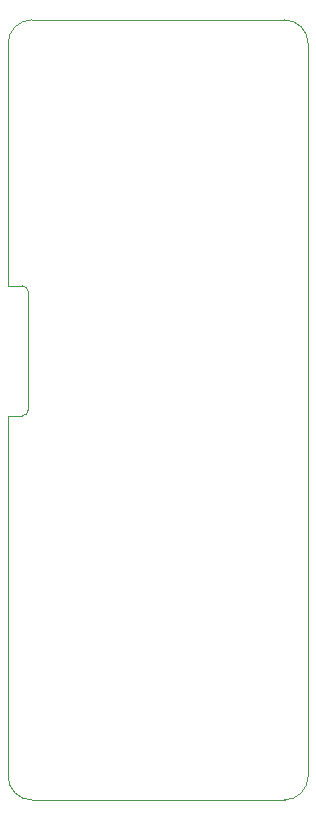
<source format=gm1>
%TF.GenerationSoftware,KiCad,Pcbnew,7.0.1*%
%TF.CreationDate,2023-04-26T14:08:09+02:00*%
%TF.ProjectId,radartof-hardware,72616461-7274-46f6-962d-686172647761,1.4*%
%TF.SameCoordinates,Original*%
%TF.FileFunction,Profile,NP*%
%FSLAX46Y46*%
G04 Gerber Fmt 4.6, Leading zero omitted, Abs format (unit mm)*
G04 Created by KiCad (PCBNEW 7.0.1) date 2023-04-26 14:08:09*
%MOMM*%
%LPD*%
G01*
G04 APERTURE LIST*
%TA.AperFunction,Profile*%
%ADD10C,0.100000*%
%TD*%
G04 APERTURE END LIST*
D10*
X162700000Y-68980000D02*
G75*
G03*
X160700000Y-66980000I-2000000J0D01*
G01*
X138500000Y-100500000D02*
G75*
G03*
X139000000Y-100000000I0J500000D01*
G01*
X139300000Y-66980000D02*
X160700000Y-66980000D01*
X139300000Y-66980000D02*
G75*
G03*
X137300000Y-68980000I0J-2000000D01*
G01*
X137300000Y-89500000D02*
X137300000Y-68980000D01*
X137300000Y-131020000D02*
X137300000Y-100500000D01*
X137300000Y-131020000D02*
G75*
G03*
X139300000Y-133020000I2000000J0D01*
G01*
X162700000Y-68980000D02*
X162700000Y-131020000D01*
X138500000Y-100500000D02*
X137300000Y-100500000D01*
X160700000Y-133020000D02*
X139300000Y-133020000D01*
X139000000Y-90000000D02*
G75*
G03*
X138500000Y-89500000I-500000J0D01*
G01*
X139000000Y-90000000D02*
X139000000Y-100000000D01*
X160700000Y-133020000D02*
G75*
G03*
X162700000Y-131020000I0J2000000D01*
G01*
X138500000Y-89500000D02*
X137300000Y-89500000D01*
M02*

</source>
